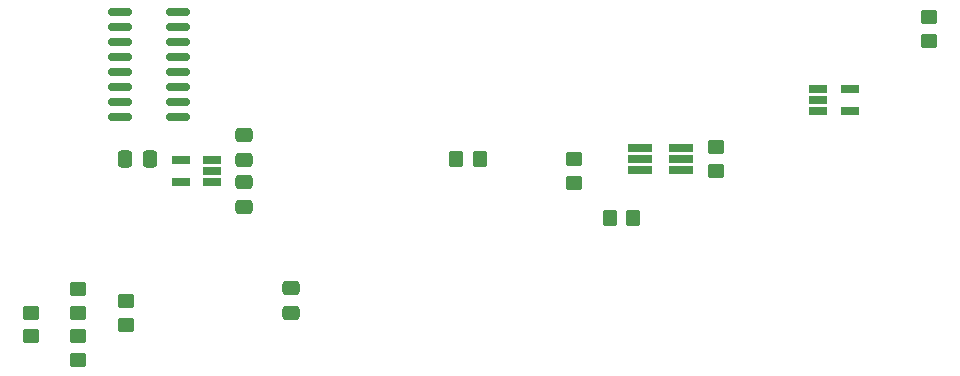
<source format=gtp>
G04 #@! TF.GenerationSoftware,KiCad,Pcbnew,7.0.10*
G04 #@! TF.CreationDate,2024-02-12T15:02:02-05:00*
G04 #@! TF.ProjectId,breakout_pcb,62726561-6b6f-4757-945f-7063622e6b69,rev?*
G04 #@! TF.SameCoordinates,Original*
G04 #@! TF.FileFunction,Paste,Top*
G04 #@! TF.FilePolarity,Positive*
%FSLAX46Y46*%
G04 Gerber Fmt 4.6, Leading zero omitted, Abs format (unit mm)*
G04 Created by KiCad (PCBNEW 7.0.10) date 2024-02-12 15:02:02*
%MOMM*%
%LPD*%
G01*
G04 APERTURE LIST*
G04 Aperture macros list*
%AMRoundRect*
0 Rectangle with rounded corners*
0 $1 Rounding radius*
0 $2 $3 $4 $5 $6 $7 $8 $9 X,Y pos of 4 corners*
0 Add a 4 corners polygon primitive as box body*
4,1,4,$2,$3,$4,$5,$6,$7,$8,$9,$2,$3,0*
0 Add four circle primitives for the rounded corners*
1,1,$1+$1,$2,$3*
1,1,$1+$1,$4,$5*
1,1,$1+$1,$6,$7*
1,1,$1+$1,$8,$9*
0 Add four rect primitives between the rounded corners*
20,1,$1+$1,$2,$3,$4,$5,0*
20,1,$1+$1,$4,$5,$6,$7,0*
20,1,$1+$1,$6,$7,$8,$9,0*
20,1,$1+$1,$8,$9,$2,$3,0*%
G04 Aperture macros list end*
%ADD10R,1.560000X0.650000*%
%ADD11RoundRect,0.250000X-0.450000X0.350000X-0.450000X-0.350000X0.450000X-0.350000X0.450000X0.350000X0*%
%ADD12RoundRect,0.250000X-0.350000X-0.450000X0.350000X-0.450000X0.350000X0.450000X-0.350000X0.450000X0*%
%ADD13RoundRect,0.250000X0.450000X-0.350000X0.450000X0.350000X-0.450000X0.350000X-0.450000X-0.350000X0*%
%ADD14RoundRect,0.250000X-0.475000X0.337500X-0.475000X-0.337500X0.475000X-0.337500X0.475000X0.337500X0*%
%ADD15RoundRect,0.250000X-0.337500X-0.475000X0.337500X-0.475000X0.337500X0.475000X-0.337500X0.475000X0*%
%ADD16R,2.000000X0.650000*%
%ADD17RoundRect,0.150000X-0.825000X-0.150000X0.825000X-0.150000X0.825000X0.150000X-0.825000X0.150000X0*%
%ADD18RoundRect,0.250000X0.350000X0.450000X-0.350000X0.450000X-0.350000X-0.450000X0.350000X-0.450000X0*%
%ADD19RoundRect,0.250000X0.475000X-0.337500X0.475000X0.337500X-0.475000X0.337500X-0.475000X-0.337500X0*%
G04 APERTURE END LIST*
D10*
X120350000Y-60950000D03*
X120350000Y-60000000D03*
X120350000Y-59050000D03*
X117650000Y-59050000D03*
X117650000Y-60950000D03*
D11*
X105000000Y-72000000D03*
X105000000Y-74000000D03*
D12*
X141000000Y-59000000D03*
X143000000Y-59000000D03*
D10*
X171650000Y-53050000D03*
X171650000Y-54000000D03*
X171650000Y-54950000D03*
X174350000Y-54950000D03*
X174350000Y-53050000D03*
D13*
X109000000Y-76000000D03*
X109000000Y-74000000D03*
D14*
X127000000Y-69925000D03*
X127000000Y-72000000D03*
D15*
X112962500Y-59000000D03*
X115037500Y-59000000D03*
D16*
X156580000Y-58050000D03*
X156580000Y-59000000D03*
X156580000Y-59950000D03*
X160000000Y-59950000D03*
X160000000Y-59000000D03*
X160000000Y-58050000D03*
D17*
X112525000Y-46555000D03*
X112525000Y-47825000D03*
X112525000Y-49095000D03*
X112525000Y-50365000D03*
X112525000Y-51635000D03*
X112525000Y-52905000D03*
X112525000Y-54175000D03*
X112525000Y-55445000D03*
X117475000Y-55445000D03*
X117475000Y-54175000D03*
X117475000Y-52905000D03*
X117475000Y-51635000D03*
X117475000Y-50365000D03*
X117475000Y-49095000D03*
X117475000Y-47825000D03*
X117475000Y-46555000D03*
D13*
X151000000Y-61000000D03*
X151000000Y-59000000D03*
D14*
X123000000Y-56962500D03*
X123000000Y-59037500D03*
D13*
X113000000Y-73000000D03*
X113000000Y-71000000D03*
D18*
X156000000Y-64000000D03*
X154000000Y-64000000D03*
D13*
X181000000Y-49000000D03*
X181000000Y-47000000D03*
X109000000Y-72000000D03*
X109000000Y-70000000D03*
D19*
X123000000Y-63037500D03*
X123000000Y-60962500D03*
D11*
X163000000Y-58000000D03*
X163000000Y-60000000D03*
M02*

</source>
